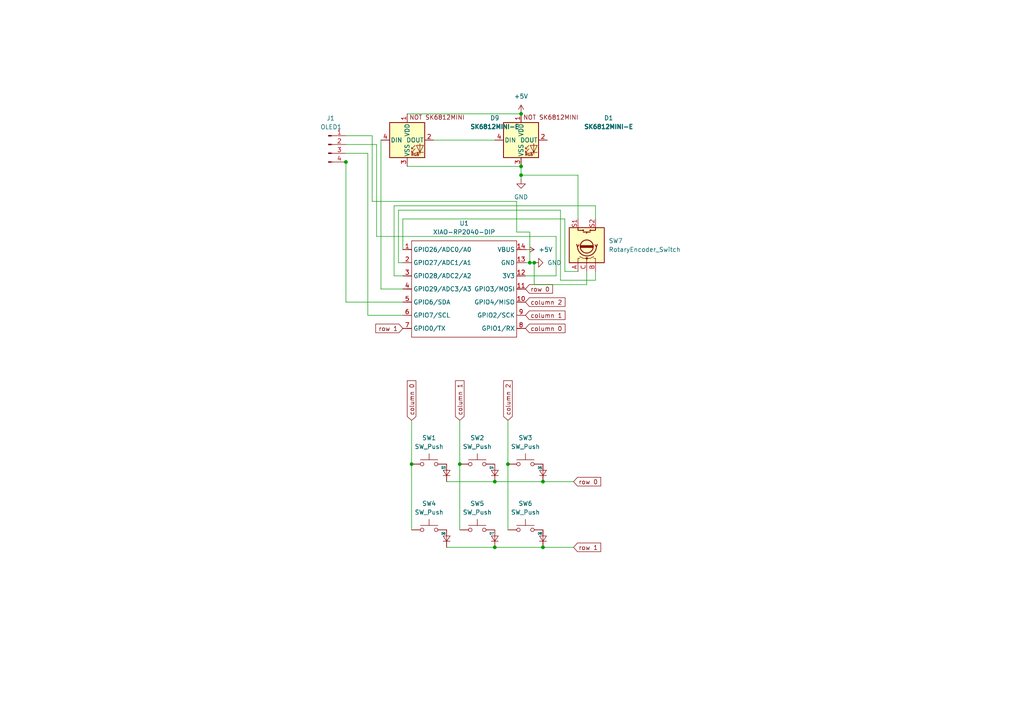
<source format=kicad_sch>
(kicad_sch (version 20250114) (generator "eeschema") (generator_version "9.0")
  (paper "A4")
  (lib_symbols
    (symbol "Connector:Conn_01x04_Pin" (pin_names (offset 1.016) (hide yes))
      (property "Reference" "J" (at 0 5.08 0))
      (property "Value" "Conn_01x04_Pin" (at 0 -7.62 0))
      (symbol "Conn_01x04_Pin_1_1"
        (rectangle (start 0.8636 2.667) (end 0 2.413) (stroke (width 0.1524)) (fill (type outline)))
        (rectangle (start 0.8636 0.127) (end 0 -0.127) (stroke (width 0.1524)) (fill (type outline)))
        (rectangle (start 0.8636 -2.413) (end 0 -2.667) (stroke (width 0.1524)) (fill (type outline)))
        (rectangle (start 0.8636 -4.953) (end 0 -5.207) (stroke (width 0.1524)) (fill (type outline)))
        (polyline (pts (xy 1.27 2.54) (xy 0.8636 2.54)) (stroke (width 0.1524)))
        (polyline (pts (xy 1.27 0) (xy 0.8636 0)) (stroke (width 0.1524)))
        (polyline (pts (xy 1.27 -2.54) (xy 0.8636 -2.54)) (stroke (width 0.1524)))
        (polyline (pts (xy 1.27 -5.08) (xy 0.8636 -5.08)) (stroke (width 0.1524)))
        (pin passive line (at 5.08 2.54 180) (length 3.81) (name "Pin_1") (number "1"))
        (pin passive line (at 5.08 0 180) (length 3.81) (name "Pin_2") (number "2"))
        (pin passive line (at 5.08 -2.54 180) (length 3.81) (name "Pin_3") (number "3"))
        (pin passive line (at 5.08 -5.08 180) (length 3.81) (name "Pin_4") (number "4"))
      )
    )
    (symbol "Device:RotaryEncoder_Switch" (pin_names (offset 0.254) (hide yes))
      (property "Reference" "SW" (at 0 6.604 0))
      (property "Value" "RotaryEncoder_Switch" (at 0 -6.604 0))
      (symbol "RotaryEncoder_Switch_0_1"
        (rectangle (start -5.08 5.08) (end 5.08 -5.08) (stroke (width 0.254)) (fill (type background)))
        (polyline (pts (xy -5.08 2.54) (xy -3.81 2.54) (xy -3.81 2.032)))
        (polyline (pts (xy -5.08 0) (xy -3.81 0) (xy -3.81 -1.016) (xy -3.302 -2.032)))
        (polyline (pts (xy -5.08 -2.54) (xy -3.81 -2.54) (xy -3.81 -2.032)))
        (polyline (pts (xy -4.318 0) (xy -3.81 0) (xy -3.81 1.016) (xy -3.302 2.032)))
        (circle (center -3.81 0) (radius 0.254) (fill (type outline)))
        (polyline (pts (xy -0.635 -1.778) (xy -0.635 1.778)) (stroke (width 0.254)))
        (circle (center -0.381 0) (radius 1.905) (stroke (width 0.254)))
        (polyline (pts (xy -0.381 -1.778) (xy -0.381 1.778)) (stroke (width 0.254)))
        (arc (start -0.381 -2.794) (mid -3.0988 -0.0635) (end -0.381 2.667) (stroke (width 0.254)))
        (polyline (pts (xy -0.127 1.778) (xy -0.127 -1.778)) (stroke (width 0.254)))
        (polyline (pts (xy 0.254 2.921) (xy -0.508 2.667) (xy 0.127 2.286)) (stroke (width 0.254)))
        (polyline (pts (xy 0.254 -3.048) (xy -0.508 -2.794) (xy 0.127 -2.413)) (stroke (width 0.254)))
        (polyline (pts (xy 3.81 1.016) (xy 3.81 -1.016)) (stroke (width 0.254)))
        (polyline (pts (xy 3.81 0) (xy 3.429 0)) (stroke (width 0.254)))
        (circle (center 4.318 1.016) (radius 0.127) (stroke (width 0.254)))
        (circle (center 4.318 -1.016) (radius 0.127) (stroke (width 0.254)))
        (polyline (pts (xy 5.08 2.54) (xy 4.318 2.54) (xy 4.318 1.016)) (stroke (width 0.254)))
        (polyline (pts (xy 5.08 -2.54) (xy 4.318 -2.54) (xy 4.318 -1.016)) (stroke (width 0.254)))
      )
      (symbol "RotaryEncoder_Switch_1_1"
        (pin passive line (at -7.62 2.54 0) (length 2.54) (name "A") (number "A"))
        (pin passive line (at -7.62 0 0) (length 2.54) (name "C") (number "C"))
        (pin passive line (at -7.62 -2.54 0) (length 2.54) (name "B") (number "B"))
        (pin passive line (at 7.62 2.54 180) (length 2.54) (name "S1") (number "S1"))
        (pin passive line (at 7.62 -2.54 180) (length 2.54) (name "S2") (number "S2"))
      )
    )
    (symbol "OPL Library:XIAO-RP2040-DIP"
      (property "Reference" "U" (at 0 0 0))
      (property "Value" "XIAO-RP2040-DIP" (at 5.334 -1.778 0))
      (symbol "XIAO-RP2040-DIP_1_0"
        (polyline (pts (xy -1.27 -2.54) (xy 29.21 -2.54)) (stroke (width 0.1524)))
        (polyline (pts (xy -1.27 -5.08) (xy -2.54 -5.08)) (stroke (width 0.1524)))
        (polyline (pts (xy -1.27 -5.08) (xy -1.27 -2.54)) (stroke (width 0.1524)))
        (polyline (pts (xy -1.27 -8.89) (xy -2.54 -8.89)) (stroke (width 0.1524)))
        (polyline (pts (xy -1.27 -8.89) (xy -1.27 -5.08)) (stroke (width 0.1524)))
        (polyline (pts (xy -1.27 -12.7) (xy -2.54 -12.7)) (stroke (width 0.1524)))
        (polyline (pts (xy -1.27 -12.7) (xy -1.27 -8.89)) (stroke (width 0.1524)))
        (polyline (pts (xy -1.27 -16.51) (xy -2.54 -16.51)) (stroke (width 0.1524)))
        (polyline (pts (xy -1.27 -16.51) (xy -1.27 -12.7)) (stroke (width 0.1524)))
        (polyline (pts (xy -1.27 -20.32) (xy -2.54 -20.32)) (stroke (width 0.1524)))
        (polyline (pts (xy -1.27 -24.13) (xy -2.54 -24.13)) (stroke (width 0.1524)))
        (polyline (pts (xy -1.27 -27.94) (xy -2.54 -27.94)) (stroke (width 0.1524)))
        (polyline (pts (xy -1.27 -30.48) (xy -1.27 -16.51)) (stroke (width 0.1524)))
        (polyline (pts (xy 29.21 -2.54) (xy 29.21 -5.08)) (stroke (width 0.1524)))
        (polyline (pts (xy 29.21 -5.08) (xy 29.21 -8.89)) (stroke (width 0.1524)))
        (polyline (pts (xy 29.21 -8.89) (xy 29.21 -12.7)) (stroke (width 0.1524)))
        (polyline (pts (xy 29.21 -12.7) (xy 29.21 -30.48)) (stroke (width 0.1524)))
        (polyline (pts (xy 29.21 -30.48) (xy -1.27 -30.48)) (stroke (width 0.1524)))
        (polyline (pts (xy 30.48 -5.08) (xy 29.21 -5.08)) (stroke (width 0.1524)))
        (polyline (pts (xy 30.48 -8.89) (xy 29.21 -8.89)) (stroke (width 0.1524)))
        (polyline (pts (xy 30.48 -12.7) (xy 29.21 -12.7)) (stroke (width 0.1524)))
        (polyline (pts (xy 30.48 -16.51) (xy 29.21 -16.51)) (stroke (width 0.1524)))
        (polyline (pts (xy 30.48 -20.32) (xy 29.21 -20.32)) (stroke (width 0.1524)))
        (polyline (pts (xy 30.48 -24.13) (xy 29.21 -24.13)) (stroke (width 0.1524)))
        (polyline (pts (xy 30.48 -27.94) (xy 29.21 -27.94)) (stroke (width 0.1524)))
        (pin passive line (at -3.81 -5.08 0) (length 2.54) (name "GPIO26/ADC0/A0") (number "1"))
        (pin passive line (at -3.81 -8.89 0) (length 2.54) (name "GPIO27/ADC1/A1") (number "2"))
        (pin passive line (at -3.81 -12.7 0) (length 2.54) (name "GPIO28/ADC2/A2") (number "3"))
        (pin passive line (at -3.81 -16.51 0) (length 2.54) (name "GPIO29/ADC3/A3") (number "4"))
        (pin passive line (at -3.81 -20.32 0) (length 2.54) (name "GPIO6/SDA") (number "5"))
        (pin passive line (at -3.81 -24.13 0) (length 2.54) (name "GPIO7/SCL") (number "6"))
        (pin passive line (at -3.81 -27.94 0) (length 2.54) (name "GPIO0/TX") (number "7"))
        (pin passive line (at 31.75 -5.08 180) (length 2.54) (name "VBUS") (number "14"))
        (pin passive line (at 31.75 -8.89 180) (length 2.54) (name "GND") (number "13"))
        (pin passive line (at 31.75 -12.7 180) (length 2.54) (name "3V3") (number "12"))
        (pin passive line (at 31.75 -16.51 180) (length 2.54) (name "GPIO3/MOSI") (number "11"))
        (pin passive line (at 31.75 -20.32 180) (length 2.54) (name "GPIO4/MISO") (number "10"))
        (pin passive line (at 31.75 -24.13 180) (length 2.54) (name "GPIO2/SCK") (number "9"))
        (pin passive line (at 31.75 -27.94 180) (length 2.54) (name "GPIO1/RX") (number "8"))
      )
    )
    (symbol "ScottoKeebs:Placeholder_Diode" (pin_numbers (hide yes)) (pin_names (hide yes))
      (property "Reference" "D" (at -0.15 1.066 0))
      (symbol "Placeholder_Diode_0_1"
        (polyline (pts (xy 0 -0.762) (xy 0 0.762)))
      )
      (symbol "Placeholder_Diode_1_1"
        (polyline (pts (xy 1.016 0.762) (xy 0 -0.762) (xy -1.016 0.762) (xy 1.016 0.762)) (stroke (width 0.1524)))
        (polyline (pts (xy 1.016 -0.762) (xy -1.016 -0.762)) (stroke (width 0.1524)))
        (pin passive line (at 0 2.54 270) (length 1.778) (name "A") (number "2"))
        (pin passive line (at 0 -2.54 90) (length 1.778) (name "K") (number "1"))
      )
    )
    (symbol "Switch:SW_Push" (pin_numbers (hide yes)) (pin_names (offset 1.016) (hide yes))
      (property "Reference" "SW" (at 1.27 2.54 0))
      (property "Value" "SW_Push" (at 0 -1.524 0))
      (symbol "SW_Push_0_1"
        (circle (center -2.032 0) (radius 0.508))
        (polyline (pts (xy 0 1.27) (xy 0 3.048)))
        (circle (center 2.032 0) (radius 0.508))
        (polyline (pts (xy 2.54 1.27) (xy -2.54 1.27)))
        (pin passive line (at -5.08 0 0) (length 2.54) (name "1") (number "1"))
        (pin passive line (at 5.08 0 180) (length 2.54) (name "2") (number "2"))
      )
    )
    (symbol "hackpad_care:SK6812MINI-E" (pin_names (offset 0.254))
      (property "Reference" "D" (at -3.556 5.842 0))
      (property "Value" "SK6812MINI-E" (at 1.27 -5.715 0))
      (symbol "SK6812MINI-E_0_0"
        (text "RGB" (at 2.286 -4.191 0) (effects (font (size 0.762 0.762))))
      )
      (symbol "SK6812MINI-E_0_1"
        (rectangle (start -5.08 5.08) (end 5.08 -5.08) (stroke (width 0.254)) (fill (type background)))
        (polyline (pts (xy 1.27 -2.54) (xy 1.778 -2.54)))
        (polyline (pts (xy 1.27 -3.556) (xy 1.778 -3.556)))
        (polyline (pts (xy 2.286 -1.524) (xy 1.27 -2.54) (xy 1.27 -2.032)))
        (polyline (pts (xy 2.286 -2.54) (xy 1.27 -3.556) (xy 1.27 -3.048)))
        (polyline (pts (xy 3.683 -1.016) (xy 3.683 -3.556) (xy 3.683 -4.064)))
        (polyline (pts (xy 4.699 -1.524) (xy 2.667 -1.524) (xy 3.683 -3.556) (xy 4.699 -1.524)))
        (polyline (pts (xy 4.699 -3.556) (xy 2.667 -3.556)))
      )
      (symbol "SK6812MINI-E_1_1"
        (text "NOT SK6812MINI" (at 8.636 6.604 0) (effects (font (size 1.27 1.27))))
        (pin input line (at -7.62 0 0) (length 2.54) (name "DIN") (number "4"))
        (pin power_in line (at 0 7.62 270) (length 2.54) (name "VDD") (number "1"))
        (pin power_in line (at 0 -7.62 90) (length 2.54) (name "VSS") (number "3"))
        (pin output line (at 7.62 0 180) (length 2.54) (name "DOUT") (number "2"))
      )
    )
    (symbol "power:+5V" (power) (pin_numbers (hide yes)) (pin_names (offset 0) (hide yes))
      (property "Value" "+5V" (at 0 3.556 0))
      (symbol "+5V_0_1"
        (polyline (pts (xy -0.762 1.27) (xy 0 2.54)))
        (polyline (pts (xy 0 2.54) (xy 0.762 1.27)))
        (polyline (pts (xy 0 0) (xy 0 2.54)))
      )
      (symbol "+5V_1_1"
        (pin power_in line (at 0 0 90) (length 0) (name "~") (number "1"))
      )
    )
    (symbol "power:GND" (power) (pin_numbers (hide yes)) (pin_names (offset 0) (hide yes))
      (property "Value" "GND" (at 0 -3.81 0))
      (symbol "GND_0_1"
        (polyline (pts (xy 0 0) (xy 0 -1.27) (xy 1.27 -1.27) (xy 0 -2.54) (xy -1.27 -1.27) (xy 0 -1.27)))
      )
      (symbol "GND_1_1"
        (pin power_in line (at 0 0 270) (length 0) (name "~") (number "1"))
      )
    )
  )
  (junction (at 100.33 46.99))
  (junction (at 153.67 76.2))
  (junction (at 147.32 134.62))
  (junction (at 151.13 50.8))
  (junction (at 143.51 139.7))
  (junction (at 157.48 139.7))
  (junction (at 154.94 76.2))
  (junction (at 143.51 158.75))
  (junction (at 151.13 48.26))
  (junction (at 157.48 158.75))
  (junction (at 119.38 134.62))
  (junction (at 133.35 134.62))
  (junction (at 151.13 33.02))
  (wire (pts (xy 161.29 68.58) (xy 161.29 80.01)))
  (wire (pts (xy 106.68 44.45) (xy 106.68 91.44)))
  (wire (pts (xy 118.11 48.26) (xy 151.13 48.26)))
  (wire (pts (xy 153.67 67.31) (xy 153.67 76.2)))
  (wire (pts (xy 110.49 40.64) (xy 110.49 83.82)))
  (wire (pts (xy 172.72 81.28) (xy 162.56 81.28)))
  (wire (pts (xy 100.33 87.63) (xy 116.84 87.63)))
  (wire (pts (xy 153.67 76.2) (xy 152.4 76.2)))
  (wire (pts (xy 119.38 134.62) (xy 119.38 153.67)))
  (wire (pts (xy 162.56 81.28) (xy 162.56 60.96)))
  (wire (pts (xy 151.13 52.07) (xy 151.13 50.8)))
  (wire (pts (xy 129.54 158.75) (xy 143.51 158.75)))
  (wire (pts (xy 133.35 121.92) (xy 133.35 134.62)))
  (wire (pts (xy 133.35 134.62) (xy 133.35 153.67)))
  (wire (pts (xy 149.86 58.42) (xy 149.86 67.31)))
  (wire (pts (xy 147.32 134.62) (xy 147.32 153.67)))
  (wire (pts (xy 162.56 60.96) (xy 115.57 60.96)))
  (wire (pts (xy 151.13 50.8) (xy 167.64 50.8)))
  (wire (pts (xy 167.64 78.74) (xy 163.83 78.74)))
  (wire (pts (xy 157.48 139.7) (xy 166.37 139.7)))
  (wire (pts (xy 154.94 76.2) (xy 153.67 76.2)))
  (wire (pts (xy 100.33 41.91) (xy 109.22 41.91)))
  (wire (pts (xy 118.11 33.02) (xy 151.13 33.02)))
  (wire (pts (xy 109.22 41.91) (xy 109.22 68.58)))
  (wire (pts (xy 116.84 63.5) (xy 116.84 72.39)))
  (wire (pts (xy 115.57 76.2) (xy 116.84 76.2)))
  (wire (pts (xy 114.3 59.69) (xy 114.3 80.01)))
  (wire (pts (xy 154.94 76.2) (xy 154.94 82.55)))
  (wire (pts (xy 114.3 80.01) (xy 116.84 80.01)))
  (wire (pts (xy 170.18 82.55) (xy 154.94 82.55)))
  (wire (pts (xy 167.64 63.5) (xy 167.64 50.8)))
  (wire (pts (xy 149.86 67.31) (xy 153.67 67.31)))
  (wire (pts (xy 100.33 46.506) (xy 100.33 46.99)))
  (wire (pts (xy 107.95 39.37) (xy 107.95 58.42)))
  (wire (pts (xy 163.83 63.5) (xy 116.84 63.5)))
  (wire (pts (xy 125.73 40.64) (xy 143.51 40.64)))
  (wire (pts (xy 170.18 78.74) (xy 170.18 82.55)))
  (wire (pts (xy 172.72 63.5) (xy 172.72 59.69)))
  (wire (pts (xy 151.13 50.8) (xy 151.13 48.26)))
  (wire (pts (xy 143.51 158.75) (xy 157.48 158.75)))
  (wire (pts (xy 172.72 78.74) (xy 172.72 81.28)))
  (wire (pts (xy 107.95 58.42) (xy 149.86 58.42)))
  (wire (pts (xy 166.37 158.75) (xy 157.48 158.75)))
  (wire (pts (xy 100.33 46.99) (xy 100.33 87.63)))
  (wire (pts (xy 172.72 59.69) (xy 114.3 59.69)))
  (wire (pts (xy 143.51 139.7) (xy 157.48 139.7)))
  (wire (pts (xy 109.22 68.58) (xy 161.29 68.58)))
  (wire (pts (xy 119.38 121.92) (xy 119.38 134.62)))
  (wire (pts (xy 100.33 44.45) (xy 106.68 44.45)))
  (wire (pts (xy 106.68 91.44) (xy 116.84 91.44)))
  (wire (pts (xy 115.57 60.96) (xy 115.57 76.2)))
  (wire (pts (xy 110.49 83.82) (xy 116.84 83.82)))
  (wire (pts (xy 100.33 39.37) (xy 107.95 39.37)))
  (wire (pts (xy 129.54 139.7) (xy 143.51 139.7)))
  (wire (pts (xy 163.83 78.74) (xy 163.83 63.5)))
  (wire (pts (xy 147.32 121.92) (xy 147.32 134.62)))
  (wire (pts (xy 161.29 80.01) (xy 152.4 80.01)))
  (global_label "column 2" (shape input) (at 147.32 121.92 90) (property "Intersheetrefs" "${INTERSHEET_REFS}" (effects (hide yes))))
  (global_label "column 1" (shape input) (at 133.35 121.92 90) (property "Intersheetrefs" "${INTERSHEET_REFS}" (effects (hide yes))))
  (global_label "row 0" (shape input) (at 166.37 139.7 0) (property "Intersheetrefs" "${INTERSHEET_REFS}" (effects (hide yes))))
  (global_label "column 0" (shape input) (at 152.4 95.25 0) (property "Intersheetrefs" "${INTERSHEET_REFS}" (effects (hide yes))))
  (global_label "row 1" (shape input) (at 116.84 95.25 180) (property "Intersheetrefs" "${INTERSHEET_REFS}" (effects (hide yes))))
  (global_label "column 0" (shape input) (at 119.38 121.92 90) (property "Intersheetrefs" "${INTERSHEET_REFS}" (effects (hide yes))))
  (global_label "column 1" (shape input) (at 152.4 91.44 0) (property "Intersheetrefs" "${INTERSHEET_REFS}" (effects (hide yes))))
  (global_label "row 0" (shape input) (at 152.4 83.82 0) (property "Intersheetrefs" "${INTERSHEET_REFS}" (effects (hide yes))))
  (global_label "column 2" (shape input) (at 152.4 87.63 0) (property "Intersheetrefs" "${INTERSHEET_REFS}" (effects (hide yes))))
  (global_label "row 1" (shape input) (at 166.37 158.75 0) (property "Intersheetrefs" "${INTERSHEET_REFS}" (effects (hide yes))))
  (symbol (lib_id "Switch:SW_Push") (at 124.46 153.67 0) (unit 1)
    (property "Reference" "SW4" (at 124.46 146.05 0))
    (property "Value" "SW_Push" (at 124.46 148.59 0))
    (property "Footprint" "Button_Switch_Keyboard:SW_Cherry_MX_1.00u_PCB" (effects (hide yes)))
    (property "Description" "Push button switch, generic, two pins" (effects (hide yes)))
  )
  (symbol (lib_id "Switch:SW_Push") (at 152.4 134.62 0) (unit 1)
    (property "Reference" "SW3" (at 152.4 127 0))
    (property "Value" "SW_Push" (at 152.4 129.54 0))
    (property "Footprint" "Button_Switch_Keyboard:SW_Cherry_MX_1.00u_PCB" (effects (hide yes)))
    (property "Description" "Push button switch, generic, two pins" (effects (hide yes)))
  )
  (symbol (lib_id "power:GND") (at 154.94 76.2 90) (unit 1)
    (property "Reference" "#PWR03" (effects (hide yes)))
    (property "Value" "GND" (at 158.75 76.1999 90) (effects (justify right)))
    (property "Description" "Power symbol creates a global label with name \"GND\" , ground" (effects (hide yes)))
  )
  (symbol (lib_id "ScottoKeebs:Placeholder_Diode") (at 143.51 137.16 0) (unit 1)
    (property "Reference" "D4" (at 143.36 136.094 0) (effects (font (size 0.635 0.635) (thickness 0.127) (bold yes)) (justify right bottom)))
    (property "Footprint" "ScottoKeebs_Components:Diode_DO-35" (effects (hide yes)))
  )
  (symbol (lib_id "hackpad_care:SK6812MINI-E") (at 151.13 40.64 0) (unit 1)
    (property "Reference" "D1" (at 176.53 34.2198 0))
    (property "Value" "SK6812MINI-E" (at 176.53 36.7599 0) (effects (font (thickness 0.254) (bold yes))))
    (property "Footprint" "hackpad_care_pretty:SK6812MINI-E_fixed" (effects (hide yes)))
    (property "Datasheet" "https://cdn-shop.adafruit.com/product-files/4960/4960_SK6812MINI-E_REV02_EN.pdf" (effects (hide yes)))
    (property "Description" "RGB LED with integrated controller" (effects (hide yes)))
  )
  (symbol (lib_id "Switch:SW_Push") (at 124.46 134.62 0) (unit 1)
    (property "Reference" "SW1" (at 124.46 127 0))
    (property "Value" "SW_Push" (at 124.46 129.54 0))
    (property "Footprint" "Button_Switch_Keyboard:SW_Cherry_MX_1.00u_PCB" (effects (hide yes)))
    (property "Description" "Push button switch, generic, two pins" (effects (hide yes)))
  )
  (symbol (lib_id "power:+5V") (at 151.13 33.02 0) (unit 1)
    (property "Reference" "#PWR04" (effects (hide yes)))
    (property "Value" "+5V" (at 151.13 27.94 0))
    (property "Description" "Power symbol creates a global label with name \"+5V\"" (effects (hide yes)))
  )
  (symbol (lib_id "ScottoKeebs:Placeholder_Diode") (at 157.48 156.21 0) (unit 1)
    (property "Reference" "D8" (at 157.33 155.144 0) (effects (font (size 0.635 0.635) (thickness 0.127) (bold yes)) (justify right bottom)))
    (property "Footprint" "ScottoKeebs_Components:Diode_DO-35" (effects (hide yes)))
  )
  (symbol (lib_id "Switch:SW_Push") (at 152.4 153.67 0) (unit 1)
    (property "Reference" "SW6" (at 152.4 146.05 0))
    (property "Value" "SW_Push" (at 152.4 148.59 0))
    (property "Footprint" "Button_Switch_Keyboard:SW_Cherry_MX_1.00u_PCB" (effects (hide yes)))
    (property "Description" "Push button switch, generic, two pins" (effects (hide yes)))
  )
  (symbol (lib_id "hackpad_care:SK6812MINI-E") (at 118.11 40.64 0) (unit 1)
    (property "Reference" "D9" (at 143.51 34.2198 0))
    (property "Value" "SK6812MINI-E" (at 143.51 36.7599 0) (effects (font (thickness 0.254) (bold yes))))
    (property "Footprint" "hackpad_care_pretty:SK6812MINI-E_fixed" (effects (hide yes)))
    (property "Datasheet" "https://cdn-shop.adafruit.com/product-files/4960/4960_SK6812MINI-E_REV02_EN.pdf" (effects (hide yes)))
    (property "Description" "RGB LED with integrated controller" (effects (hide yes)))
  )
  (symbol (lib_id "ScottoKeebs:Placeholder_Diode") (at 129.54 137.16 0) (unit 1)
    (property "Reference" "D3" (at 129.39 136.094 0) (effects (font (size 0.635 0.635) (thickness 0.127) (bold yes)) (justify right bottom)))
    (property "Footprint" "ScottoKeebs_Components:Diode_DO-35" (effects (hide yes)))
  )
  (symbol (lib_id "Connector:Conn_01x04_Pin") (at 95.25 41.91 0) (unit 1)
    (property "Reference" "J1" (at 95.885 34.29 0))
    (property "Value" "OLED1" (at 96.012 36.83 0))
    (property "Footprint" "big_oled:SSD1306-0.91-OLED-4pin-128x32" (effects (hide yes)))
    (property "Description" "Generic connector, single row, 01x04, script generated" (effects (hide yes)))
  )
  (symbol (lib_id "power:+5V") (at 152.4 72.39 270) (unit 1)
    (property "Reference" "#PWR05" (effects (hide yes)))
    (property "Value" "+5V" (at 156.21 72.3899 90) (effects (justify left)))
    (property "Description" "Power symbol creates a global label with name \"+5V\"" (effects (hide yes)))
  )
  (symbol (lib_id "Switch:SW_Push") (at 138.43 134.62 0) (unit 1)
    (property "Reference" "SW2" (at 138.43 127 0))
    (property "Value" "SW_Push" (at 138.43 129.54 0))
    (property "Footprint" "Button_Switch_Keyboard:SW_Cherry_MX_1.00u_PCB" (effects (hide yes)))
    (property "Description" "Push button switch, generic, two pins" (effects (hide yes)))
  )
  (symbol (lib_id "OPL Library:XIAO-RP2040-DIP") (at 120.65 67.31 0) (unit 1)
    (property "Reference" "U1" (at 134.62 64.77 0))
    (property "Value" "XIAO-RP2040-DIP" (at 134.62 67.31 0))
    (property "Footprint" "OPL Lib:XIAO-RP2040-DIP" (effects (hide yes)))
  )
  (symbol (lib_id "ScottoKeebs:Placeholder_Diode") (at 157.48 137.16 0) (unit 1)
    (property "Reference" "D5" (at 157.33 136.094 0) (effects (font (size 0.635 0.635) (thickness 0.127) (bold yes)) (justify right bottom)))
    (property "Footprint" "ScottoKeebs_Components:Diode_DO-35" (effects (hide yes)))
  )
  (symbol (lib_id "Device:RotaryEncoder_Switch") (at 170.18 71.12 90) (unit 1)
    (property "Reference" "SW7" (at 176.53 69.8499 90) (effects (justify right)))
    (property "Value" "RotaryEncoder_Switch" (at 176.53 72.3899 90) (effects (justify right)))
    (property "Footprint" "Rotary_Encoder:RotaryEncoder_Alps_EC11E-Switch_Vertical_H20mm" (effects (hide yes)))
    (property "Description" "Rotary encoder, dual channel, incremental quadrate outputs, with switch" (effects (hide yes)))
  )
  (symbol (lib_id "ScottoKeebs:Placeholder_Diode") (at 143.51 156.21 0) (unit 1)
    (property "Reference" "D7" (at 143.36 155.144 0) (effects (font (size 0.635 0.635) (thickness 0.127) (bold yes)) (justify right bottom)))
    (property "Footprint" "ScottoKeebs_Components:Diode_DO-35" (effects (hide yes)))
  )
  (symbol (lib_id "ScottoKeebs:Placeholder_Diode") (at 129.54 156.21 0) (unit 1)
    (property "Reference" "D6" (at 129.39 155.144 0) (effects (font (size 0.635 0.635) (thickness 0.127) (bold yes)) (justify right bottom)))
    (property "Footprint" "ScottoKeebs_Components:Diode_DO-35" (effects (hide yes)))
  )
  (symbol (lib_id "Switch:SW_Push") (at 138.43 153.67 0) (unit 1)
    (property "Reference" "SW5" (at 138.43 146.05 0))
    (property "Value" "SW_Push" (at 138.43 148.59 0))
    (property "Footprint" "Button_Switch_Keyboard:SW_Cherry_MX_1.00u_PCB" (effects (hide yes)))
    (property "Description" "Push button switch, generic, two pins" (effects (hide yes)))
  )
  (symbol (lib_id "power:GND") (at 151.13 52.07 0) (unit 1)
    (property "Reference" "#PWR02" (effects (hide yes)))
    (property "Value" "GND" (at 151.13 57.15 0))
    (property "Description" "Power symbol creates a global label with name \"GND\" , ground" (effects (hide yes)))
  )
)
</source>
